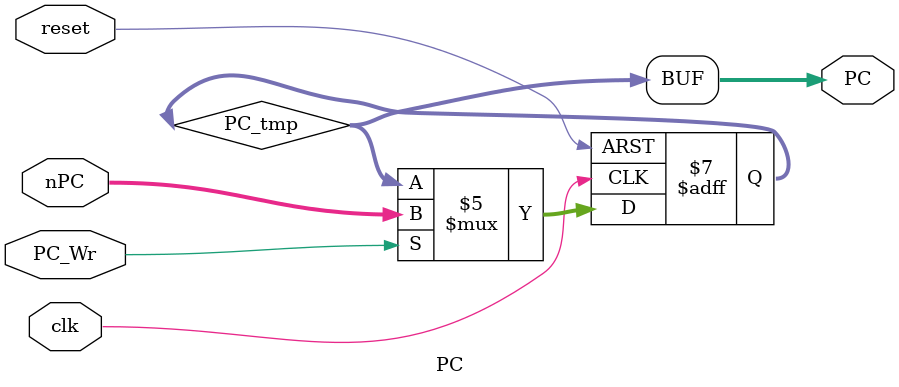
<source format=v>
`timescale 1ns / 1ps

module PC (clk, reset, PC_Wr, nPC, PC);
    input clk, reset, PC_Wr;
    input [31:0] nPC;
    output [31:0] PC;

    reg [31:0] PC_tmp;
    
    assign PC = PC_tmp;
    
    always @ (posedge clk or posedge reset)
    begin
        if(reset == 1) PC_tmp <= 32'h0000_3000;
        else if(PC_Wr == 1) PC_tmp <= nPC;
        else PC_tmp <= PC_tmp;   //±£³Ö
    end
    
endmodule

</source>
